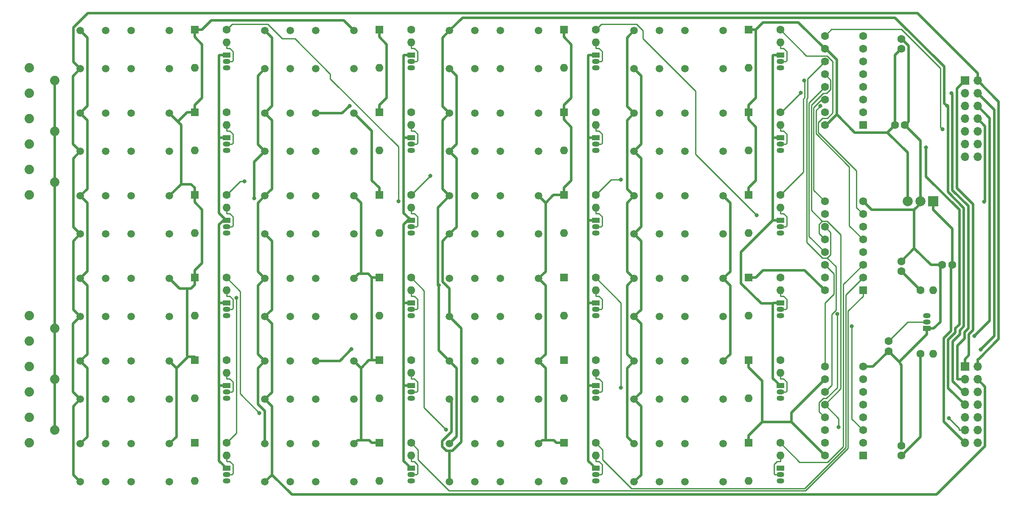
<source format=gbr>
%TF.GenerationSoftware,KiCad,Pcbnew,5.0.2-1.fc29*%
%TF.CreationDate,2018-12-27T16:56:31+02:00*%
%TF.ProjectId,audiorouter-board,61756469-6f72-46f7-9574-65722d626f61,rev?*%
%TF.SameCoordinates,Original*%
%TF.FileFunction,Copper,L2,Bot*%
%TF.FilePolarity,Positive*%
%FSLAX46Y46*%
G04 Gerber Fmt 4.6, Leading zero omitted, Abs format (unit mm)*
G04 Created by KiCad (PCBNEW 5.0.2-1.fc29) date N 27 dets  2018 16:56:31 EET*
%MOMM*%
%LPD*%
G01*
G04 APERTURE LIST*
%ADD10C,1.879600*%
%ADD11R,1.700000X1.700000*%
%ADD12O,1.700000X1.700000*%
%ADD13C,1.500000*%
%ADD14O,1.500000X1.050000*%
%ADD15R,1.500000X1.050000*%
%ADD16O,1.600000X1.600000*%
%ADD17C,1.600000*%
%ADD18R,1.600000X1.600000*%
%ADD19R,2.000000X2.000000*%
%ADD20C,2.000000*%
%ADD21C,0.800000*%
%ADD22C,0.500000*%
%ADD23C,0.250000*%
G04 APERTURE END LIST*
D10*
X26670000Y-76200000D03*
X31750000Y-73660000D03*
X26670000Y-71120000D03*
X26670000Y-66040000D03*
X31750000Y-63500000D03*
X26670000Y-60960000D03*
X26670000Y-55880000D03*
X31750000Y-53340000D03*
X26670000Y-50800000D03*
X26670000Y-125730000D03*
X31750000Y-123190000D03*
X26670000Y-120650000D03*
X26670000Y-115570000D03*
X31750000Y-113030000D03*
X26670000Y-110490000D03*
X26670000Y-105410000D03*
X31750000Y-102870000D03*
X26670000Y-100330000D03*
D11*
X213360000Y-110490000D03*
D12*
X215900000Y-110490000D03*
X213360000Y-113030000D03*
X215900000Y-113030000D03*
X213360000Y-115570000D03*
X215900000Y-115570000D03*
X213360000Y-118110000D03*
X215900000Y-118110000D03*
X213360000Y-120650000D03*
X215900000Y-120650000D03*
X213360000Y-123190000D03*
X215900000Y-123190000D03*
X213360000Y-125730000D03*
X215900000Y-125730000D03*
X215900000Y-68580000D03*
X213360000Y-68580000D03*
X215900000Y-66040000D03*
X213360000Y-66040000D03*
X215900000Y-63500000D03*
X213360000Y-63500000D03*
X215900000Y-60960000D03*
X213360000Y-60960000D03*
X215900000Y-58420000D03*
X213360000Y-58420000D03*
X215900000Y-55880000D03*
X213360000Y-55880000D03*
X215900000Y-53340000D03*
D11*
X213360000Y-53340000D03*
D13*
X36900000Y-92880000D03*
X36900000Y-100500000D03*
X41980000Y-92880000D03*
X41980000Y-100500000D03*
X47060000Y-100500000D03*
X47060000Y-92880000D03*
X54680000Y-92880000D03*
X54680000Y-100500000D03*
X73730000Y-92880000D03*
X73730000Y-100500000D03*
X78810000Y-92880000D03*
X78810000Y-100500000D03*
X83890000Y-100500000D03*
X83890000Y-92880000D03*
X91510000Y-92880000D03*
X91510000Y-100500000D03*
X110560000Y-92880000D03*
X110560000Y-100500000D03*
X115640000Y-92880000D03*
X115640000Y-100500000D03*
X120720000Y-100500000D03*
X120720000Y-92880000D03*
X128340000Y-92880000D03*
X128340000Y-100500000D03*
X165170000Y-100500000D03*
X165170000Y-92880000D03*
X157550000Y-92880000D03*
X157550000Y-100500000D03*
X152470000Y-100500000D03*
X152470000Y-92880000D03*
X147390000Y-100500000D03*
X147390000Y-92880000D03*
X54680000Y-117010000D03*
X54680000Y-109390000D03*
X47060000Y-109390000D03*
X47060000Y-117010000D03*
X41980000Y-117010000D03*
X41980000Y-109390000D03*
X36900000Y-117010000D03*
X36900000Y-109390000D03*
X91510000Y-117010000D03*
X91510000Y-109390000D03*
X83890000Y-109390000D03*
X83890000Y-117010000D03*
X78810000Y-117010000D03*
X78810000Y-109390000D03*
X73730000Y-117010000D03*
X73730000Y-109390000D03*
X110560000Y-109390000D03*
X110560000Y-117010000D03*
X115640000Y-109390000D03*
X115640000Y-117010000D03*
X120720000Y-117010000D03*
X120720000Y-109390000D03*
X128340000Y-109390000D03*
X128340000Y-117010000D03*
X165170000Y-117010000D03*
X165170000Y-109390000D03*
X157550000Y-109390000D03*
X157550000Y-117010000D03*
X152470000Y-117010000D03*
X152470000Y-109390000D03*
X147390000Y-117010000D03*
X147390000Y-109390000D03*
X36900000Y-125900000D03*
X36900000Y-133520000D03*
X41980000Y-125900000D03*
X41980000Y-133520000D03*
X47060000Y-133520000D03*
X47060000Y-125900000D03*
X54680000Y-125900000D03*
X54680000Y-133520000D03*
X91510000Y-133520000D03*
X91510000Y-125900000D03*
X83890000Y-125900000D03*
X83890000Y-133520000D03*
X78810000Y-133520000D03*
X78810000Y-125900000D03*
X73730000Y-133520000D03*
X73730000Y-125900000D03*
X128340000Y-133520000D03*
X128340000Y-125900000D03*
X120720000Y-125900000D03*
X120720000Y-133520000D03*
X115640000Y-133520000D03*
X115640000Y-125900000D03*
X110560000Y-133520000D03*
X110560000Y-125900000D03*
X147390000Y-125900000D03*
X147390000Y-133520000D03*
X152470000Y-125900000D03*
X152470000Y-133520000D03*
X157550000Y-133520000D03*
X157550000Y-125900000D03*
X165170000Y-125900000D03*
X165170000Y-133520000D03*
X36900000Y-43350000D03*
X36900000Y-50970000D03*
X41980000Y-43350000D03*
X41980000Y-50970000D03*
X47060000Y-50970000D03*
X47060000Y-43350000D03*
X54680000Y-43350000D03*
X54680000Y-50970000D03*
X91510000Y-50970000D03*
X91510000Y-43350000D03*
X83890000Y-43350000D03*
X83890000Y-50970000D03*
X78810000Y-50970000D03*
X78810000Y-43350000D03*
X73730000Y-50970000D03*
X73730000Y-43350000D03*
X128340000Y-50970000D03*
X128340000Y-43350000D03*
X120720000Y-43350000D03*
X120720000Y-50970000D03*
X115640000Y-50970000D03*
X115640000Y-43350000D03*
X110560000Y-50970000D03*
X110560000Y-43350000D03*
X147390000Y-43350000D03*
X147390000Y-50970000D03*
X152470000Y-43350000D03*
X152470000Y-50970000D03*
X157550000Y-50970000D03*
X157550000Y-43350000D03*
X165170000Y-43350000D03*
X165170000Y-50970000D03*
X54680000Y-67480000D03*
X54680000Y-59860000D03*
X47060000Y-59860000D03*
X47060000Y-67480000D03*
X41980000Y-67480000D03*
X41980000Y-59860000D03*
X36900000Y-67480000D03*
X36900000Y-59860000D03*
X73730000Y-59860000D03*
X73730000Y-67480000D03*
X78810000Y-59860000D03*
X78810000Y-67480000D03*
X83890000Y-67480000D03*
X83890000Y-59860000D03*
X91510000Y-59860000D03*
X91510000Y-67480000D03*
X128340000Y-67480000D03*
X128340000Y-59860000D03*
X120720000Y-59860000D03*
X120720000Y-67480000D03*
X115640000Y-67480000D03*
X115640000Y-59860000D03*
X110560000Y-67480000D03*
X110560000Y-59860000D03*
X147390000Y-59860000D03*
X147390000Y-67480000D03*
X152470000Y-59860000D03*
X152470000Y-67480000D03*
X157550000Y-67480000D03*
X157550000Y-59860000D03*
X165170000Y-59860000D03*
X165170000Y-67480000D03*
X54680000Y-83990000D03*
X54680000Y-76370000D03*
X47060000Y-76370000D03*
X47060000Y-83990000D03*
X41980000Y-83990000D03*
X41980000Y-76370000D03*
X36900000Y-83990000D03*
X36900000Y-76370000D03*
X91510000Y-83990000D03*
X91510000Y-76370000D03*
X83890000Y-76370000D03*
X83890000Y-83990000D03*
X78810000Y-83990000D03*
X78810000Y-76370000D03*
X73730000Y-83990000D03*
X73730000Y-76370000D03*
X110560000Y-76370000D03*
X110560000Y-83990000D03*
X115640000Y-76370000D03*
X115640000Y-83990000D03*
X120720000Y-83990000D03*
X120720000Y-76370000D03*
X128340000Y-76370000D03*
X128340000Y-83990000D03*
X147390000Y-76370000D03*
X147390000Y-83990000D03*
X152470000Y-76370000D03*
X152470000Y-83990000D03*
X157550000Y-83990000D03*
X157550000Y-76370000D03*
X165170000Y-76370000D03*
X165170000Y-83990000D03*
D14*
X66040000Y-99060000D03*
X66040000Y-100330000D03*
D15*
X66040000Y-97790000D03*
D14*
X102870000Y-99060000D03*
X102870000Y-100330000D03*
D15*
X102870000Y-97790000D03*
X139700000Y-97790000D03*
D14*
X139700000Y-100330000D03*
X139700000Y-99060000D03*
D15*
X176530000Y-97790000D03*
D14*
X176530000Y-100330000D03*
X176530000Y-99060000D03*
X66040000Y-115570000D03*
X66040000Y-116840000D03*
D15*
X66040000Y-114300000D03*
X102870000Y-114300000D03*
D14*
X102870000Y-116840000D03*
X102870000Y-115570000D03*
X139700000Y-115570000D03*
X139700000Y-116840000D03*
D15*
X139700000Y-114300000D03*
X176530000Y-114300000D03*
D14*
X176530000Y-116840000D03*
X176530000Y-115570000D03*
D15*
X66040000Y-130810000D03*
D14*
X66040000Y-133350000D03*
X66040000Y-132080000D03*
D15*
X102870000Y-130810000D03*
D14*
X102870000Y-133350000D03*
X102870000Y-132080000D03*
D15*
X139700000Y-130810000D03*
D14*
X139700000Y-133350000D03*
X139700000Y-132080000D03*
X176530000Y-132080000D03*
X176530000Y-133350000D03*
D15*
X176530000Y-130810000D03*
D14*
X66040000Y-49530000D03*
X66040000Y-50800000D03*
D15*
X66040000Y-48260000D03*
X102870000Y-48260000D03*
D14*
X102870000Y-50800000D03*
X102870000Y-49530000D03*
X139700000Y-49530000D03*
X139700000Y-50800000D03*
D15*
X139700000Y-48260000D03*
D14*
X176530000Y-49530000D03*
X176530000Y-50800000D03*
D15*
X176530000Y-48260000D03*
X66040000Y-64770000D03*
D14*
X66040000Y-67310000D03*
X66040000Y-66040000D03*
D15*
X102870000Y-64770000D03*
D14*
X102870000Y-67310000D03*
X102870000Y-66040000D03*
D15*
X139700000Y-64770000D03*
D14*
X139700000Y-67310000D03*
X139700000Y-66040000D03*
X176530000Y-66040000D03*
X176530000Y-67310000D03*
D15*
X176530000Y-64770000D03*
D14*
X66040000Y-82550000D03*
X66040000Y-83820000D03*
D15*
X66040000Y-81280000D03*
D14*
X102870000Y-82550000D03*
X102870000Y-83820000D03*
D15*
X102870000Y-81280000D03*
X139700000Y-81280000D03*
D14*
X139700000Y-83820000D03*
X139700000Y-82550000D03*
X176530000Y-82550000D03*
X176530000Y-83820000D03*
D15*
X176530000Y-81280000D03*
D16*
X66040000Y-95250000D03*
D17*
X66040000Y-92710000D03*
X102870000Y-92710000D03*
D16*
X102870000Y-95250000D03*
D17*
X139700000Y-92710000D03*
D16*
X139700000Y-95250000D03*
D17*
X176530000Y-92710000D03*
D16*
X176530000Y-95250000D03*
X66040000Y-111760000D03*
D17*
X66040000Y-109220000D03*
D16*
X102870000Y-111760000D03*
D17*
X102870000Y-109220000D03*
X139700000Y-109220000D03*
D16*
X139700000Y-111760000D03*
X176530000Y-111760000D03*
D17*
X176530000Y-109220000D03*
D16*
X66040000Y-128270000D03*
D17*
X66040000Y-125730000D03*
D16*
X102870000Y-128270000D03*
D17*
X102870000Y-125730000D03*
D16*
X139700000Y-128270000D03*
D17*
X139700000Y-125730000D03*
D16*
X176530000Y-128270000D03*
D17*
X176530000Y-125730000D03*
D16*
X66040000Y-45720000D03*
D17*
X66040000Y-43180000D03*
X102870000Y-43180000D03*
D16*
X102870000Y-45720000D03*
X139700000Y-45720000D03*
D17*
X139700000Y-43180000D03*
D16*
X176530000Y-45720000D03*
D17*
X176530000Y-43180000D03*
D16*
X66040000Y-62230000D03*
D17*
X66040000Y-59690000D03*
X102870000Y-59690000D03*
D16*
X102870000Y-62230000D03*
D17*
X139700000Y-59690000D03*
D16*
X139700000Y-62230000D03*
D17*
X176530000Y-59690000D03*
D16*
X176530000Y-62230000D03*
D17*
X66040000Y-76200000D03*
D16*
X66040000Y-78740000D03*
D17*
X102870000Y-76200000D03*
D16*
X102870000Y-78740000D03*
D17*
X139700000Y-76200000D03*
D16*
X139700000Y-78740000D03*
D17*
X176530000Y-76200000D03*
D16*
X176530000Y-78740000D03*
D18*
X193040000Y-128270000D03*
D17*
X193040000Y-125730000D03*
X193040000Y-123190000D03*
X193040000Y-120650000D03*
X193040000Y-118110000D03*
X193040000Y-115570000D03*
X193040000Y-113030000D03*
X185420000Y-113030000D03*
X185420000Y-115570000D03*
X185420000Y-118110000D03*
X185420000Y-120650000D03*
X185420000Y-123190000D03*
X185420000Y-125730000D03*
X185420000Y-128270000D03*
X193040000Y-110490000D03*
X185420000Y-110490000D03*
X185420000Y-77470000D03*
X193040000Y-77470000D03*
X185420000Y-95250000D03*
X185420000Y-92710000D03*
X185420000Y-90170000D03*
X185420000Y-87630000D03*
X185420000Y-85090000D03*
X185420000Y-82550000D03*
X185420000Y-80010000D03*
X193040000Y-80010000D03*
X193040000Y-82550000D03*
X193040000Y-85090000D03*
X193040000Y-87630000D03*
X193040000Y-90170000D03*
X193040000Y-92710000D03*
D18*
X193040000Y-95250000D03*
X193040000Y-62230000D03*
D17*
X193040000Y-59690000D03*
X193040000Y-57150000D03*
X193040000Y-54610000D03*
X193040000Y-52070000D03*
X193040000Y-49530000D03*
X193040000Y-46990000D03*
X185420000Y-46990000D03*
X185420000Y-49530000D03*
X185420000Y-52070000D03*
X185420000Y-54610000D03*
X185420000Y-57150000D03*
X185420000Y-59690000D03*
X185420000Y-62230000D03*
X193040000Y-44450000D03*
X185420000Y-44450000D03*
X198120000Y-105410000D03*
X198120000Y-107410000D03*
X208820000Y-90170000D03*
X210820000Y-90170000D03*
X199390000Y-62230000D03*
X201390000Y-62230000D03*
X200660000Y-126270000D03*
X200660000Y-128270000D03*
X200660000Y-91440000D03*
X200660000Y-89440000D03*
X200660000Y-44990000D03*
X200660000Y-46990000D03*
D14*
X205740000Y-101600000D03*
X205740000Y-100330000D03*
D15*
X205740000Y-102870000D03*
D16*
X207010000Y-107950000D03*
D17*
X204470000Y-107950000D03*
X204470000Y-95250000D03*
D16*
X207010000Y-95250000D03*
D19*
X207010000Y-77470000D03*
D20*
X204470000Y-77470000D03*
X201930000Y-77470000D03*
D18*
X59690000Y-92710000D03*
D16*
X59690000Y-100330000D03*
D18*
X96520000Y-92710000D03*
D16*
X96520000Y-100330000D03*
X133350000Y-100330000D03*
D18*
X133350000Y-92710000D03*
X170180000Y-92710000D03*
D16*
X170180000Y-100330000D03*
X59690000Y-116840000D03*
D18*
X59690000Y-109220000D03*
X96520000Y-109220000D03*
D16*
X96520000Y-116840000D03*
X133350000Y-116840000D03*
D18*
X133350000Y-109220000D03*
X170180000Y-109220000D03*
D16*
X170180000Y-116840000D03*
D18*
X59690000Y-125730000D03*
D16*
X59690000Y-133350000D03*
X96520000Y-133350000D03*
D18*
X96520000Y-125730000D03*
X133350000Y-125730000D03*
D16*
X133350000Y-133350000D03*
X170180000Y-133350000D03*
D18*
X170180000Y-125730000D03*
D16*
X59690000Y-50800000D03*
D18*
X59690000Y-43180000D03*
D16*
X96520000Y-50800000D03*
D18*
X96520000Y-43180000D03*
X133350000Y-43180000D03*
D16*
X133350000Y-50800000D03*
X170180000Y-50800000D03*
D18*
X170180000Y-43180000D03*
X59690000Y-59690000D03*
D16*
X59690000Y-67310000D03*
X96520000Y-67310000D03*
D18*
X96520000Y-59690000D03*
X133350000Y-59690000D03*
D16*
X133350000Y-67310000D03*
X170180000Y-67310000D03*
D18*
X170180000Y-59690000D03*
X59690000Y-76200000D03*
D16*
X59690000Y-83820000D03*
X96520000Y-83820000D03*
D18*
X96520000Y-76200000D03*
X133350000Y-76200000D03*
D16*
X133350000Y-83820000D03*
X170180000Y-83820000D03*
D18*
X170180000Y-76200000D03*
D21*
X91009500Y-107020100D03*
X90634700Y-58352600D03*
X210695800Y-55880000D03*
X216521500Y-107056300D03*
X71607700Y-76873100D03*
X108383700Y-94210500D03*
X209803500Y-58420000D03*
X215297900Y-104350000D03*
X205627900Y-66664800D03*
X217216900Y-77532800D03*
X188178400Y-122534600D03*
X210176900Y-120795600D03*
X208931600Y-63083400D03*
X72602200Y-119738000D03*
X109875500Y-123091400D03*
X144759400Y-114683000D03*
X190807500Y-102430300D03*
X68045900Y-96707700D03*
X100324200Y-77410700D03*
X184506000Y-58420000D03*
X171831600Y-80206800D03*
X180636800Y-55767300D03*
X69648800Y-73432600D03*
X106691600Y-72378400D03*
X144761800Y-73103700D03*
X181286100Y-53340000D03*
X187903200Y-99966000D03*
D22*
X138299700Y-64770000D02*
X138234300Y-64704600D01*
X138234300Y-64704600D02*
X138234300Y-48325400D01*
X138234300Y-48325400D02*
X138299700Y-48260000D01*
X139700000Y-48260000D02*
X138299700Y-48260000D01*
X138299700Y-81280000D02*
X138236700Y-81217000D01*
X138236700Y-81217000D02*
X138236700Y-64833000D01*
X138236700Y-64833000D02*
X138299700Y-64770000D01*
X139700000Y-64770000D02*
X138299700Y-64770000D01*
X138299700Y-97790000D02*
X138246600Y-97736900D01*
X138246600Y-97736900D02*
X138246600Y-81333100D01*
X138246600Y-81333100D02*
X138299700Y-81280000D01*
X139700000Y-81280000D02*
X138299700Y-81280000D01*
X138299700Y-97790000D02*
X138212400Y-97877300D01*
X138212400Y-97877300D02*
X138212400Y-114300000D01*
X138212400Y-114300000D02*
X138212400Y-129322400D01*
X138212400Y-129322400D02*
X139700000Y-130810000D01*
X138212400Y-114300000D02*
X138299700Y-114300000D01*
X139700000Y-114300000D02*
X138299700Y-114300000D01*
X66040000Y-48260000D02*
X64639700Y-48260000D01*
X64639700Y-64770000D02*
X64589100Y-64719400D01*
X64589100Y-64719400D02*
X64589100Y-48310600D01*
X64589100Y-48310600D02*
X64639700Y-48260000D01*
X64839800Y-64770000D02*
X64639700Y-64770000D01*
X66040000Y-64770000D02*
X64839800Y-64770000D01*
X65729800Y-80969800D02*
X66040000Y-81280000D01*
X64589600Y-97790000D02*
X64589600Y-82110000D01*
X64589600Y-82110000D02*
X65729800Y-80969800D01*
X64639700Y-64770000D02*
X64589600Y-64820100D01*
X64589600Y-64820100D02*
X64589600Y-79829600D01*
X64589600Y-79829600D02*
X65729800Y-80969800D01*
X139700000Y-97790000D02*
X138299700Y-97790000D01*
X64589600Y-97790000D02*
X64589600Y-114249900D01*
X64589600Y-114249900D02*
X64639700Y-114300000D01*
X64589600Y-97790000D02*
X64639700Y-97790000D01*
X66040000Y-97790000D02*
X64639700Y-97790000D01*
X66040000Y-114300000D02*
X64939900Y-114300000D01*
X64939900Y-114300000D02*
X64639700Y-114300000D01*
X64639700Y-114300000D02*
X64552400Y-114387300D01*
X64552400Y-114387300D02*
X64552400Y-129322400D01*
X64552400Y-129322400D02*
X66040000Y-130810000D01*
X31750000Y-113030000D02*
X31750000Y-123190000D01*
X31750000Y-102870000D02*
X31750000Y-113030000D01*
X198120000Y-107410000D02*
X195040000Y-110490000D01*
X195040000Y-110490000D02*
X193040000Y-110490000D01*
X200247700Y-109537600D02*
X198120000Y-107410000D01*
X102870000Y-48260000D02*
X101469700Y-48260000D01*
X101469700Y-48260000D02*
X101419600Y-48310100D01*
X101419600Y-48310100D02*
X101419600Y-64719900D01*
X101419600Y-64719900D02*
X101469700Y-64770000D01*
X208465200Y-90170000D02*
X208465200Y-101545100D01*
X208465200Y-101545100D02*
X207140300Y-102870000D01*
X204470000Y-77470000D02*
X204470000Y-65310000D01*
X204470000Y-65310000D02*
X201390000Y-62230000D01*
X31750000Y-73660000D02*
X31750000Y-102870000D01*
X31750000Y-63500000D02*
X31750000Y-73660000D01*
X31750000Y-63500000D02*
X31750000Y-53340000D01*
X208465200Y-90170000D02*
X206597600Y-90170000D01*
X206597600Y-90170000D02*
X203263800Y-86836200D01*
X208820000Y-90170000D02*
X208465200Y-90170000D01*
X203263800Y-86836200D02*
X200660000Y-89440000D01*
X203263800Y-79158900D02*
X203263800Y-86836200D01*
X102529500Y-80939500D02*
X101382400Y-79792400D01*
X101382400Y-79792400D02*
X101382400Y-64857300D01*
X101382400Y-64857300D02*
X101469700Y-64770000D01*
X102870000Y-81280000D02*
X102529500Y-80939500D01*
X102529500Y-80939500D02*
X101405900Y-82063100D01*
X101405900Y-82063100D02*
X101405900Y-97790000D01*
X101405900Y-97790000D02*
X101405900Y-114236200D01*
X101405900Y-114236200D02*
X101469700Y-114300000D01*
X101405900Y-97790000D02*
X101469700Y-97790000D01*
X175033500Y-64770000D02*
X175033500Y-48356200D01*
X175033500Y-48356200D02*
X175129700Y-48260000D01*
X175033500Y-81280000D02*
X175033500Y-64770000D01*
X175033500Y-64770000D02*
X175129700Y-64770000D01*
X176530000Y-48260000D02*
X175129700Y-48260000D01*
X102870000Y-64770000D02*
X101469700Y-64770000D01*
X175033500Y-81280000D02*
X175129700Y-81280000D01*
X175042400Y-97877300D02*
X172772200Y-97877300D01*
X172772200Y-97877300D02*
X168729600Y-93834700D01*
X168729600Y-93834700D02*
X168729600Y-87583900D01*
X168729600Y-87583900D02*
X175033500Y-81280000D01*
X176530000Y-64770000D02*
X175129700Y-64770000D01*
X175042400Y-97877300D02*
X175129700Y-97790000D01*
X176530000Y-114300000D02*
X175042400Y-112812400D01*
X175042400Y-112812400D02*
X175042400Y-97877300D01*
X176530000Y-81280000D02*
X175129700Y-81280000D01*
X102870000Y-97790000D02*
X101469700Y-97790000D01*
X101669800Y-114300000D02*
X101469700Y-114300000D01*
X102870000Y-114300000D02*
X101669800Y-114300000D01*
X176530000Y-97790000D02*
X175129700Y-97790000D01*
X102870000Y-130810000D02*
X101382400Y-129322400D01*
X101382400Y-129322400D02*
X101382400Y-114387300D01*
X101382400Y-114387300D02*
X101469700Y-114300000D01*
X200660000Y-126270000D02*
X200660000Y-110147800D01*
X200660000Y-110147800D02*
X200539400Y-110027200D01*
X200539400Y-110027200D02*
X200539400Y-109829400D01*
X200539400Y-109829400D02*
X200247700Y-109537600D01*
X200247700Y-109537600D02*
X205740000Y-104045300D01*
X205740000Y-102870000D02*
X205740000Y-104045300D01*
X200660000Y-44990000D02*
X200776300Y-44990000D01*
X200776300Y-44990000D02*
X202115500Y-46329200D01*
X202115500Y-46329200D02*
X202115500Y-61504500D01*
X202115500Y-61504500D02*
X201390000Y-62230000D01*
X203263800Y-79158900D02*
X194728900Y-79158900D01*
X194728900Y-79158900D02*
X193040000Y-77470000D01*
X204470000Y-77470000D02*
X204470000Y-77952700D01*
X204470000Y-77952700D02*
X203263800Y-79158900D01*
X205740000Y-102870000D02*
X207140300Y-102870000D01*
X83890000Y-109390000D02*
X88639600Y-109390000D01*
X88639600Y-109390000D02*
X91009500Y-107020100D01*
X83890000Y-59860000D02*
X89127300Y-59860000D01*
X89127300Y-59860000D02*
X90634700Y-58352600D01*
X96520000Y-43180000D02*
X96520000Y-44630300D01*
X96520000Y-59690000D02*
X96520000Y-58239700D01*
X96520000Y-58239700D02*
X97970300Y-56789400D01*
X97970300Y-56789400D02*
X97970300Y-46080600D01*
X97970300Y-46080600D02*
X96520000Y-44630300D01*
X178726500Y-121576500D02*
X185420000Y-128270000D01*
X172883200Y-121576500D02*
X178726500Y-121576500D01*
X178726500Y-121576500D02*
X178726500Y-119723500D01*
X178726500Y-119723500D02*
X185420000Y-113030000D01*
X170180000Y-109220000D02*
X170180000Y-110670300D01*
X172883200Y-121576500D02*
X170180000Y-124279700D01*
X170180000Y-110670300D02*
X172883200Y-113373500D01*
X172883200Y-113373500D02*
X172883200Y-121576500D01*
X170180000Y-125730000D02*
X170180000Y-124279700D01*
X95069700Y-109220000D02*
X94480800Y-109220000D01*
X94480800Y-109220000D02*
X92910400Y-110790400D01*
X96520000Y-109220000D02*
X95069700Y-109220000D01*
X95069700Y-109220000D02*
X95069700Y-92710000D01*
X92942900Y-91962900D02*
X94322600Y-91962900D01*
X94322600Y-91962900D02*
X95069700Y-92710000D01*
X91510000Y-92880000D02*
X92427100Y-91962900D01*
X92427100Y-91962900D02*
X92942900Y-91962900D01*
X92942900Y-91962900D02*
X92942900Y-77802900D01*
X92942900Y-77802900D02*
X91510000Y-76370000D01*
X96520000Y-92710000D02*
X95069700Y-92710000D01*
X92910400Y-110790400D02*
X91510000Y-109390000D01*
X92910400Y-125199800D02*
X92910400Y-110790400D01*
X91510000Y-43350000D02*
X89428000Y-41268000D01*
X89428000Y-41268000D02*
X63052300Y-41268000D01*
X63052300Y-41268000D02*
X61140300Y-43180000D01*
X59690000Y-43180000D02*
X61140300Y-43180000D01*
X197926900Y-63693100D02*
X199390000Y-62230000D01*
X187811000Y-60119900D02*
X191384200Y-63693100D01*
X191384200Y-63693100D02*
X197926900Y-63693100D01*
X201930000Y-77470000D02*
X201930000Y-67696200D01*
X201930000Y-67696200D02*
X197926900Y-63693100D01*
X187811000Y-60119900D02*
X187811000Y-49189600D01*
X187811000Y-49189600D02*
X185611400Y-46990000D01*
X185611400Y-46990000D02*
X185420000Y-46990000D01*
X185420000Y-62230000D02*
X185700900Y-62230000D01*
X185700900Y-62230000D02*
X187811000Y-60119900D01*
X165170000Y-92880000D02*
X166571300Y-94281300D01*
X166571300Y-94281300D02*
X166571300Y-107988700D01*
X166571300Y-107988700D02*
X165170000Y-109390000D01*
X165170000Y-76370000D02*
X166570400Y-77770400D01*
X166570400Y-77770400D02*
X166570400Y-91479600D01*
X166570400Y-91479600D02*
X165170000Y-92880000D01*
X133350000Y-76200000D02*
X133350000Y-74749700D01*
X133350000Y-76200000D02*
X131287700Y-76200000D01*
X131287700Y-76200000D02*
X129740400Y-77747300D01*
X133350000Y-59690000D02*
X133350000Y-61140300D01*
X133350000Y-74749700D02*
X134800300Y-73299400D01*
X134800300Y-73299400D02*
X134800300Y-62590600D01*
X134800300Y-62590600D02*
X133350000Y-61140300D01*
X200660000Y-91440000D02*
X204470000Y-95250000D01*
X171630300Y-43180000D02*
X173099800Y-41710500D01*
X173099800Y-41710500D02*
X180140500Y-41710500D01*
X180140500Y-41710500D02*
X185420000Y-46990000D01*
X129740400Y-77747300D02*
X129717300Y-77747300D01*
X129717300Y-77747300D02*
X128340000Y-76370000D01*
X129740400Y-77747300D02*
X129740400Y-91479600D01*
X129740400Y-91479600D02*
X128340000Y-92880000D01*
X129740400Y-125199800D02*
X131369500Y-125199800D01*
X131369500Y-125199800D02*
X131899700Y-125730000D01*
X128340000Y-125900000D02*
X129040200Y-125199800D01*
X129040200Y-125199800D02*
X129740400Y-125199800D01*
X129740400Y-125199800D02*
X129740400Y-110790400D01*
X129740400Y-110790400D02*
X128340000Y-109390000D01*
X133350000Y-125730000D02*
X131899700Y-125730000D01*
X92910400Y-125199800D02*
X94539500Y-125199800D01*
X94539500Y-125199800D02*
X95069700Y-125730000D01*
X91510000Y-125900000D02*
X92210200Y-125199800D01*
X92210200Y-125199800D02*
X92910400Y-125199800D01*
X96520000Y-125730000D02*
X95069700Y-125730000D01*
X96520000Y-76200000D02*
X96520000Y-74749700D01*
X96520000Y-74749700D02*
X95069700Y-73299400D01*
X95069700Y-73299400D02*
X95069700Y-63419700D01*
X95069700Y-63419700D02*
X91510000Y-59860000D01*
X58239600Y-94885500D02*
X56685500Y-94885500D01*
X56685500Y-94885500D02*
X54680000Y-92880000D01*
X59690000Y-94160300D02*
X58964800Y-94885500D01*
X58964800Y-94885500D02*
X58239600Y-94885500D01*
X58239600Y-94885500D02*
X58239600Y-108358400D01*
X58239600Y-108358400D02*
X58376000Y-108494800D01*
X59690000Y-92710000D02*
X59690000Y-94160300D01*
X58376000Y-108494800D02*
X56080400Y-110790400D01*
X59690000Y-108494800D02*
X58376000Y-108494800D01*
X59690000Y-91984800D02*
X59690000Y-92710000D01*
X59690000Y-91984800D02*
X59690000Y-91259700D01*
X56080400Y-110790400D02*
X56080400Y-124499600D01*
X56080400Y-124499600D02*
X54680000Y-125900000D01*
X54680000Y-109390000D02*
X56080400Y-110790400D01*
X59690000Y-109220000D02*
X59690000Y-108494800D01*
X56374900Y-61554800D02*
X54680000Y-59860000D01*
X57025500Y-74024500D02*
X57025500Y-62205500D01*
X57025500Y-62205500D02*
X56374900Y-61554800D01*
X56374900Y-61554800D02*
X58239700Y-59690000D01*
X59690000Y-59690000D02*
X58239700Y-59690000D01*
X57025500Y-74024500D02*
X54680000Y-76370000D01*
X59690000Y-74749700D02*
X58964800Y-74024500D01*
X58964800Y-74024500D02*
X57025500Y-74024500D01*
X59690000Y-76200000D02*
X59690000Y-77650300D01*
X59690000Y-91259700D02*
X61140300Y-89809400D01*
X61140300Y-89809400D02*
X61140300Y-79100600D01*
X61140300Y-79100600D02*
X59690000Y-77650300D01*
X59690000Y-76200000D02*
X59690000Y-74749700D01*
X200660000Y-128270000D02*
X200752200Y-128270000D01*
X200752200Y-128270000D02*
X204470000Y-124552200D01*
X204470000Y-124552200D02*
X204470000Y-107950000D01*
X170180000Y-59690000D02*
X170180000Y-61140300D01*
X170180000Y-76200000D02*
X170180000Y-74749700D01*
X170180000Y-74749700D02*
X171630300Y-73299400D01*
X171630300Y-73299400D02*
X171630300Y-62590600D01*
X171630300Y-62590600D02*
X170180000Y-61140300D01*
X170180000Y-59690000D02*
X170180000Y-58239700D01*
X170180000Y-58239700D02*
X171630300Y-56789400D01*
X171630300Y-56789400D02*
X171630300Y-43180000D01*
X133350000Y-43180000D02*
X133350000Y-44630300D01*
X133350000Y-59690000D02*
X133350000Y-58239700D01*
X133350000Y-58239700D02*
X134800300Y-56789400D01*
X134800300Y-56789400D02*
X134800300Y-46080600D01*
X134800300Y-46080600D02*
X133350000Y-44630300D01*
X128340000Y-92880000D02*
X129740400Y-94280400D01*
X129740400Y-94280400D02*
X129740400Y-107989600D01*
X129740400Y-107989600D02*
X128340000Y-109390000D01*
X59690000Y-43180000D02*
X59690000Y-44630300D01*
X59690000Y-59690000D02*
X59690000Y-58239700D01*
X59690000Y-58239700D02*
X61140300Y-56789400D01*
X61140300Y-56789400D02*
X61140300Y-46080600D01*
X61140300Y-46080600D02*
X59690000Y-44630300D01*
X170180000Y-43180000D02*
X171630300Y-43180000D01*
X170180000Y-92710000D02*
X171630300Y-92710000D01*
X185420000Y-95250000D02*
X181429700Y-91259700D01*
X181429700Y-91259700D02*
X173080600Y-91259700D01*
X173080600Y-91259700D02*
X171630300Y-92710000D01*
X200660000Y-46990000D02*
X199390000Y-48260000D01*
X199390000Y-48260000D02*
X199390000Y-62230000D01*
X213360000Y-53340000D02*
X211782500Y-54917500D01*
X211782500Y-54917500D02*
X211782500Y-74837800D01*
X211782500Y-74837800D02*
X214973100Y-78028400D01*
X214973100Y-78028400D02*
X214973100Y-103189500D01*
X214973100Y-103189500D02*
X214171100Y-103991500D01*
X214171100Y-103991500D02*
X214171100Y-108178600D01*
X214171100Y-108178600D02*
X213360000Y-108989700D01*
X36900000Y-76370000D02*
X38300400Y-74969600D01*
X38300400Y-74969600D02*
X38300400Y-61260400D01*
X38300400Y-61260400D02*
X36900000Y-59860000D01*
X36900000Y-76370000D02*
X38328700Y-77798700D01*
X38328700Y-77798700D02*
X38328700Y-91451300D01*
X38328700Y-91451300D02*
X36900000Y-92880000D01*
X213360000Y-110490000D02*
X213360000Y-108989700D01*
X36900000Y-92880000D02*
X38322900Y-94302900D01*
X38322900Y-94302900D02*
X38322900Y-107967100D01*
X38322900Y-107967100D02*
X36900000Y-109390000D01*
X36900000Y-109390000D02*
X38300400Y-110790400D01*
X38300400Y-110790400D02*
X38300400Y-124499600D01*
X38300400Y-124499600D02*
X36900000Y-125900000D01*
X36900000Y-43350000D02*
X38328700Y-44778700D01*
X38328700Y-44778700D02*
X38328700Y-58431300D01*
X38328700Y-58431300D02*
X36900000Y-59860000D01*
X36900000Y-50970000D02*
X35496700Y-49566700D01*
X35496700Y-49566700D02*
X35496700Y-42740000D01*
X35496700Y-42740000D02*
X38381300Y-39855400D01*
X38381300Y-39855400D02*
X203915700Y-39855400D01*
X203915700Y-39855400D02*
X215900000Y-51839700D01*
X215900000Y-53340000D02*
X215900000Y-51839700D01*
X36900000Y-67480000D02*
X35438100Y-66018100D01*
X35438100Y-66018100D02*
X35438100Y-52431900D01*
X35438100Y-52431900D02*
X36900000Y-50970000D01*
X36900000Y-67480000D02*
X35499600Y-68880400D01*
X35499600Y-68880400D02*
X35499600Y-82589600D01*
X35499600Y-82589600D02*
X36900000Y-83990000D01*
X36900000Y-83990000D02*
X35478700Y-85411300D01*
X35478700Y-85411300D02*
X35478700Y-99078700D01*
X35478700Y-99078700D02*
X36900000Y-100500000D01*
X215900000Y-108989700D02*
X216073500Y-108989700D01*
X216073500Y-108989700D02*
X220107200Y-104956000D01*
X220107200Y-104956000D02*
X220107200Y-57547200D01*
X220107200Y-57547200D02*
X215900000Y-53340000D01*
X36900000Y-100500000D02*
X35465200Y-101934800D01*
X35465200Y-101934800D02*
X35465200Y-115575200D01*
X35465200Y-115575200D02*
X36900000Y-117010000D01*
X215900000Y-110490000D02*
X215900000Y-108989700D01*
X36900000Y-133520000D02*
X35499600Y-132119600D01*
X35499600Y-132119600D02*
X35499600Y-118410400D01*
X35499600Y-118410400D02*
X36900000Y-117010000D01*
X73730000Y-125900000D02*
X73730000Y-119380400D01*
X73730000Y-119380400D02*
X72329600Y-117980000D01*
X72329600Y-117980000D02*
X72329600Y-110790400D01*
X72329600Y-110790400D02*
X73730000Y-109390000D01*
X73730000Y-76370000D02*
X75130400Y-74969600D01*
X75130400Y-74969600D02*
X75130400Y-61260400D01*
X75130400Y-61260400D02*
X73730000Y-59860000D01*
X73730000Y-92880000D02*
X72329600Y-91479600D01*
X72329600Y-91479600D02*
X72329600Y-77770400D01*
X72329600Y-77770400D02*
X73730000Y-76370000D01*
X73730000Y-92880000D02*
X72329600Y-94280400D01*
X72329600Y-94280400D02*
X72329600Y-107989600D01*
X72329600Y-107989600D02*
X73730000Y-109390000D01*
X210695800Y-55880000D02*
X210882200Y-56066400D01*
X210882200Y-56066400D02*
X210882200Y-75210800D01*
X210882200Y-75210800D02*
X214072800Y-78401400D01*
X214072800Y-78401400D02*
X214072800Y-102816500D01*
X214072800Y-102816500D02*
X213270800Y-103618500D01*
X213270800Y-103618500D02*
X213270800Y-104885500D01*
X213270800Y-104885500D02*
X211859700Y-106296600D01*
X211859700Y-106296600D02*
X211859700Y-113030000D01*
X213360000Y-113030000D02*
X211859700Y-113030000D01*
X73730000Y-43350000D02*
X75158700Y-44778700D01*
X75158700Y-44778700D02*
X75158700Y-58431300D01*
X75158700Y-58431300D02*
X73730000Y-59860000D01*
X75130400Y-132119600D02*
X75130400Y-118410400D01*
X75130400Y-118410400D02*
X73730000Y-117010000D01*
X73730000Y-133520000D02*
X75130400Y-132119600D01*
X75130400Y-132119600D02*
X79083500Y-136072700D01*
X79083500Y-136072700D02*
X207684000Y-136072700D01*
X207684000Y-136072700D02*
X217412600Y-126344100D01*
X217412600Y-126344100D02*
X217412600Y-114542600D01*
X217412600Y-114542600D02*
X215900000Y-113030000D01*
X73730000Y-100500000D02*
X75130400Y-101900400D01*
X75130400Y-101900400D02*
X75130400Y-115609600D01*
X75130400Y-115609600D02*
X73730000Y-117010000D01*
X73730000Y-83990000D02*
X75130400Y-85390400D01*
X75130400Y-85390400D02*
X75130400Y-99099600D01*
X75130400Y-99099600D02*
X73730000Y-100500000D01*
X73730000Y-67480000D02*
X71607700Y-69602300D01*
X71607700Y-69602300D02*
X71607700Y-76873100D01*
X216521500Y-107056300D02*
X219206900Y-104370900D01*
X219206900Y-104370900D02*
X219206900Y-59186900D01*
X219206900Y-59186900D02*
X215900000Y-55880000D01*
X73730000Y-50970000D02*
X72327400Y-52372600D01*
X72327400Y-52372600D02*
X72327400Y-66077400D01*
X72327400Y-66077400D02*
X73730000Y-67480000D01*
X110560000Y-43350000D02*
X113154200Y-40755800D01*
X113154200Y-40755800D02*
X199443600Y-40755800D01*
X199443600Y-40755800D02*
X209244400Y-50556600D01*
X209244400Y-50556600D02*
X209244400Y-57860900D01*
X209244400Y-57860900D02*
X209803500Y-58420000D01*
X209803500Y-58420000D02*
X209981900Y-58598400D01*
X209981900Y-58598400D02*
X209981900Y-75583800D01*
X209981900Y-75583800D02*
X213172500Y-78774400D01*
X213172500Y-78774400D02*
X213172500Y-102443500D01*
X213172500Y-102443500D02*
X212370500Y-103245500D01*
X212370500Y-103245500D02*
X212370500Y-104062200D01*
X212370500Y-104062200D02*
X210932500Y-105500200D01*
X210932500Y-105500200D02*
X210932500Y-113386300D01*
X210932500Y-113386300D02*
X213116200Y-115570000D01*
X213116200Y-115570000D02*
X213360000Y-115570000D01*
X110560000Y-59860000D02*
X109135500Y-58435500D01*
X109135500Y-58435500D02*
X109135500Y-44774500D01*
X109135500Y-44774500D02*
X110560000Y-43350000D01*
X110560000Y-109390000D02*
X108383700Y-107213700D01*
X108383700Y-107213700D02*
X108383700Y-94210500D01*
X108383700Y-94210500D02*
X108259200Y-94086000D01*
X108259200Y-94086000D02*
X108259200Y-78670800D01*
X108259200Y-78670800D02*
X110560000Y-76370000D01*
X110560000Y-59860000D02*
X109154800Y-61265200D01*
X109154800Y-61265200D02*
X109154800Y-74964800D01*
X109154800Y-74964800D02*
X110560000Y-76370000D01*
X110560000Y-109390000D02*
X111988700Y-110818700D01*
X111988700Y-110818700D02*
X111988700Y-124471300D01*
X111988700Y-124471300D02*
X110560000Y-125900000D01*
X215297900Y-104350000D02*
X218306600Y-101341300D01*
X218306600Y-101341300D02*
X218306600Y-60826600D01*
X218306600Y-60826600D02*
X215900000Y-58420000D01*
X110560000Y-127306000D02*
X109967200Y-127306000D01*
X109967200Y-127306000D02*
X109118200Y-126457000D01*
X109118200Y-126457000D02*
X109118200Y-125334100D01*
X109118200Y-125334100D02*
X110925800Y-123526500D01*
X110925800Y-123526500D02*
X110925800Y-117375800D01*
X110925800Y-117375800D02*
X110560000Y-117010000D01*
X110560000Y-100500000D02*
X110560000Y-94901400D01*
X110560000Y-94901400D02*
X109159600Y-93501000D01*
X109159600Y-93501000D02*
X109159600Y-85390400D01*
X109159600Y-85390400D02*
X110560000Y-83990000D01*
X110560000Y-100500000D02*
X112896300Y-102836300D01*
X112896300Y-102836300D02*
X112896300Y-125553900D01*
X112896300Y-125553900D02*
X111144200Y-127306000D01*
X111144200Y-127306000D02*
X110560000Y-127306000D01*
X110560000Y-127306000D02*
X110560000Y-133520000D01*
X110560000Y-67480000D02*
X111978700Y-68898700D01*
X111978700Y-68898700D02*
X111978700Y-82571300D01*
X111978700Y-82571300D02*
X110560000Y-83990000D01*
X110560000Y-50970000D02*
X111988700Y-52398700D01*
X111988700Y-52398700D02*
X111988700Y-66051300D01*
X111988700Y-66051300D02*
X110560000Y-67480000D01*
X205627900Y-66664800D02*
X205627900Y-72503100D01*
X205627900Y-72503100D02*
X212272200Y-79147400D01*
X212272200Y-79147400D02*
X212272200Y-102070500D01*
X212272200Y-102070500D02*
X211470200Y-102872500D01*
X211470200Y-102872500D02*
X211470200Y-103689200D01*
X211470200Y-103689200D02*
X210032200Y-105127200D01*
X210032200Y-105127200D02*
X210032200Y-114782200D01*
X210032200Y-114782200D02*
X213360000Y-118110000D01*
X147390000Y-76370000D02*
X145989600Y-74969600D01*
X145989600Y-74969600D02*
X145989600Y-61260400D01*
X145989600Y-61260400D02*
X147390000Y-59860000D01*
X147390000Y-76370000D02*
X145984800Y-77775200D01*
X145984800Y-77775200D02*
X145984800Y-91474800D01*
X145984800Y-91474800D02*
X147390000Y-92880000D01*
X147390000Y-109390000D02*
X145989600Y-107989600D01*
X145989600Y-107989600D02*
X145989600Y-94280400D01*
X145989600Y-94280400D02*
X147390000Y-92880000D01*
X147390000Y-109390000D02*
X145984800Y-110795200D01*
X145984800Y-110795200D02*
X145984800Y-124494800D01*
X145984800Y-124494800D02*
X147390000Y-125900000D01*
X147390000Y-43350000D02*
X145984800Y-44755200D01*
X145984800Y-44755200D02*
X145984800Y-58454800D01*
X145984800Y-58454800D02*
X147390000Y-59860000D01*
X147390000Y-100500000D02*
X148790400Y-99099600D01*
X148790400Y-99099600D02*
X148790400Y-85390400D01*
X148790400Y-85390400D02*
X147390000Y-83990000D01*
X147390000Y-100500000D02*
X148808700Y-101918700D01*
X148808700Y-101918700D02*
X148808700Y-115591300D01*
X148808700Y-115591300D02*
X147390000Y-117010000D01*
X217216900Y-77532800D02*
X217406300Y-77343400D01*
X217406300Y-77343400D02*
X217406300Y-62466300D01*
X217406300Y-62466300D02*
X215900000Y-60960000D01*
X147390000Y-50970000D02*
X148818700Y-52398700D01*
X148818700Y-52398700D02*
X148818700Y-66051300D01*
X148818700Y-66051300D02*
X147390000Y-67480000D01*
X147390000Y-83990000D02*
X148818700Y-82561300D01*
X148818700Y-82561300D02*
X148818700Y-68908700D01*
X148818700Y-68908700D02*
X147390000Y-67480000D01*
X147390000Y-117010000D02*
X148808700Y-118428700D01*
X148808700Y-118428700D02*
X148808700Y-132101300D01*
X148808700Y-132101300D02*
X147390000Y-133520000D01*
D23*
X185420000Y-118110000D02*
X188178400Y-120868400D01*
X188178400Y-120868400D02*
X188178400Y-122534600D01*
X185420000Y-118110000D02*
X188628500Y-114901500D01*
X188628500Y-114901500D02*
X188628500Y-84147900D01*
X188628500Y-84147900D02*
X185902300Y-81421700D01*
X185902300Y-81421700D02*
X184901200Y-81421700D01*
X185420000Y-85090000D02*
X184229200Y-83899200D01*
X184229200Y-83899200D02*
X184229200Y-82093700D01*
X184229200Y-82093700D02*
X184901200Y-81421700D01*
X184901200Y-81421700D02*
X182722100Y-79242600D01*
X182722100Y-79242600D02*
X182722100Y-58254700D01*
X182722100Y-58254700D02*
X185096800Y-55880000D01*
X185096800Y-55880000D02*
X185760800Y-55880000D01*
X185760800Y-55880000D02*
X186568000Y-55072800D01*
X186568000Y-55072800D02*
X186568000Y-53218000D01*
X186568000Y-53218000D02*
X185420000Y-52070000D01*
X213360000Y-123190000D02*
X212184700Y-123190000D01*
X210176900Y-120795600D02*
X212184700Y-122803400D01*
X212184700Y-122803400D02*
X212184700Y-123190000D01*
X185912800Y-88766400D02*
X187655700Y-90509300D01*
X187655700Y-90509300D02*
X187655700Y-99187800D01*
X187655700Y-99187800D02*
X186786900Y-100056600D01*
X186786900Y-100056600D02*
X186786900Y-114203100D01*
X186786900Y-114203100D02*
X185420000Y-115570000D01*
X185420000Y-49530000D02*
X182011400Y-52938600D01*
X182011400Y-52938600D02*
X182011400Y-56744800D01*
X182011400Y-56744800D02*
X181796500Y-56959700D01*
X181796500Y-56959700D02*
X181796500Y-85635300D01*
X181796500Y-85635300D02*
X184927600Y-88766400D01*
X184927600Y-88766400D02*
X185912800Y-88766400D01*
X185912800Y-88766400D02*
X186546500Y-88132700D01*
X186546500Y-88132700D02*
X186546500Y-83676500D01*
X186546500Y-83676500D02*
X185420000Y-82550000D01*
X185420000Y-44450000D02*
X186765300Y-43104700D01*
X186765300Y-43104700D02*
X200695900Y-43104700D01*
X200695900Y-43104700D02*
X208469000Y-50877800D01*
X208469000Y-50877800D02*
X208469000Y-62620800D01*
X208469000Y-62620800D02*
X208931600Y-63083400D01*
X66040000Y-99060000D02*
X67115300Y-99060000D01*
X66040000Y-95250000D02*
X66040000Y-96375300D01*
X66040000Y-96375300D02*
X66655400Y-96375300D01*
X66655400Y-96375300D02*
X67315400Y-97035300D01*
X67315400Y-97035300D02*
X67315400Y-98859900D01*
X67315400Y-98859900D02*
X67115300Y-99060000D01*
X102870000Y-99060000D02*
X103945300Y-99060000D01*
X102870000Y-95250000D02*
X102870000Y-96375300D01*
X102870000Y-96375300D02*
X103485400Y-96375300D01*
X103485400Y-96375300D02*
X104145400Y-97035300D01*
X104145400Y-97035300D02*
X104145400Y-98859900D01*
X104145400Y-98859900D02*
X103945300Y-99060000D01*
X139700000Y-99060000D02*
X140775300Y-99060000D01*
X139700000Y-95250000D02*
X139700000Y-96375300D01*
X139700000Y-96375300D02*
X140315400Y-96375300D01*
X140315400Y-96375300D02*
X140975400Y-97035300D01*
X140975400Y-97035300D02*
X140975400Y-98859900D01*
X140975400Y-98859900D02*
X140775300Y-99060000D01*
X176530000Y-99060000D02*
X177605300Y-99060000D01*
X176530000Y-95250000D02*
X176530000Y-96375300D01*
X176530000Y-96375300D02*
X177145400Y-96375300D01*
X177145400Y-96375300D02*
X177805400Y-97035300D01*
X177805400Y-97035300D02*
X177805400Y-98859900D01*
X177805400Y-98859900D02*
X177605300Y-99060000D01*
X66040000Y-115570000D02*
X67115300Y-115570000D01*
X66040000Y-111760000D02*
X66040000Y-112885300D01*
X66040000Y-112885300D02*
X66655400Y-112885300D01*
X66655400Y-112885300D02*
X67315400Y-113545300D01*
X67315400Y-113545300D02*
X67315400Y-115369900D01*
X67315400Y-115369900D02*
X67115300Y-115570000D01*
X102870000Y-115570000D02*
X103945300Y-115570000D01*
X102870000Y-111760000D02*
X102870000Y-112885300D01*
X102870000Y-112885300D02*
X103485400Y-112885300D01*
X103485400Y-112885300D02*
X104145400Y-113545300D01*
X104145400Y-113545300D02*
X104145400Y-115369900D01*
X104145400Y-115369900D02*
X103945300Y-115570000D01*
X139700000Y-115570000D02*
X140775300Y-115570000D01*
X139700000Y-111760000D02*
X139700000Y-112885300D01*
X139700000Y-112885300D02*
X140315400Y-112885300D01*
X140315400Y-112885300D02*
X140975400Y-113545300D01*
X140975400Y-113545300D02*
X140975400Y-115369900D01*
X140975400Y-115369900D02*
X140775300Y-115570000D01*
X176530000Y-115570000D02*
X177605300Y-115570000D01*
X176530000Y-111760000D02*
X176530000Y-112885300D01*
X176530000Y-112885300D02*
X177145400Y-112885300D01*
X177145400Y-112885300D02*
X177805400Y-113545300D01*
X177805400Y-113545300D02*
X177805400Y-115369900D01*
X177805400Y-115369900D02*
X177605300Y-115570000D01*
X66040000Y-132080000D02*
X67115300Y-132080000D01*
X66040000Y-128270000D02*
X66040000Y-129395300D01*
X66040000Y-129395300D02*
X66655400Y-129395300D01*
X66655400Y-129395300D02*
X67315400Y-130055300D01*
X67315400Y-130055300D02*
X67315400Y-131879900D01*
X67315400Y-131879900D02*
X67115300Y-132080000D01*
X102870000Y-132080000D02*
X103945300Y-132080000D01*
X102870000Y-128270000D02*
X102870000Y-129395300D01*
X102870000Y-129395300D02*
X103485400Y-129395300D01*
X103485400Y-129395300D02*
X104163400Y-130073300D01*
X104163400Y-130073300D02*
X104163400Y-131861900D01*
X104163400Y-131861900D02*
X103945300Y-132080000D01*
X139700000Y-132080000D02*
X140775300Y-132080000D01*
X139700000Y-128270000D02*
X139700000Y-129395300D01*
X139700000Y-129395300D02*
X140310700Y-129395300D01*
X140310700Y-129395300D02*
X140975400Y-130060000D01*
X140975400Y-130060000D02*
X140975400Y-131879900D01*
X140975400Y-131879900D02*
X140775300Y-132080000D01*
X176530000Y-132080000D02*
X175454700Y-132080000D01*
X176530000Y-128270000D02*
X176530000Y-129395300D01*
X176530000Y-129395300D02*
X175914600Y-129395300D01*
X175914600Y-129395300D02*
X175254600Y-130055300D01*
X175254600Y-130055300D02*
X175254600Y-131879900D01*
X175254600Y-131879900D02*
X175454700Y-132080000D01*
X66040000Y-49530000D02*
X67115300Y-49530000D01*
X66040000Y-45720000D02*
X66040000Y-46845300D01*
X66040000Y-46845300D02*
X66655400Y-46845300D01*
X66655400Y-46845300D02*
X67315400Y-47505300D01*
X67315400Y-47505300D02*
X67315400Y-49329900D01*
X67315400Y-49329900D02*
X67115300Y-49530000D01*
X102870000Y-49530000D02*
X103945300Y-49530000D01*
X102870000Y-45720000D02*
X102870000Y-46845300D01*
X102870000Y-46845300D02*
X103485400Y-46845300D01*
X103485400Y-46845300D02*
X104145400Y-47505300D01*
X104145400Y-47505300D02*
X104145400Y-49329900D01*
X104145400Y-49329900D02*
X103945300Y-49530000D01*
X139700000Y-49530000D02*
X140775300Y-49530000D01*
X139700000Y-45720000D02*
X139700000Y-46845300D01*
X139700000Y-46845300D02*
X140315400Y-46845300D01*
X140315400Y-46845300D02*
X140975400Y-47505300D01*
X140975400Y-47505300D02*
X140975400Y-49329900D01*
X140975400Y-49329900D02*
X140775300Y-49530000D01*
X176530000Y-49530000D02*
X177605300Y-49530000D01*
X176530000Y-45720000D02*
X176530000Y-46845300D01*
X176530000Y-46845300D02*
X177145400Y-46845300D01*
X177145400Y-46845300D02*
X177805400Y-47505300D01*
X177805400Y-47505300D02*
X177805400Y-49329900D01*
X177805400Y-49329900D02*
X177605300Y-49530000D01*
X66040000Y-66040000D02*
X67115300Y-66040000D01*
X66040000Y-62230000D02*
X66040000Y-63355300D01*
X66040000Y-63355300D02*
X66655400Y-63355300D01*
X66655400Y-63355300D02*
X67315400Y-64015300D01*
X67315400Y-64015300D02*
X67315400Y-65839900D01*
X67315400Y-65839900D02*
X67115300Y-66040000D01*
X102870000Y-66040000D02*
X103945300Y-66040000D01*
X102870000Y-62230000D02*
X102870000Y-63355300D01*
X102870000Y-63355300D02*
X103485400Y-63355300D01*
X103485400Y-63355300D02*
X104145400Y-64015300D01*
X104145400Y-64015300D02*
X104145400Y-65839900D01*
X104145400Y-65839900D02*
X103945300Y-66040000D01*
X139700000Y-66040000D02*
X140775300Y-66040000D01*
X139700000Y-62230000D02*
X139700000Y-63355300D01*
X139700000Y-63355300D02*
X140315400Y-63355300D01*
X140315400Y-63355300D02*
X140975400Y-64015300D01*
X140975400Y-64015300D02*
X140975400Y-65839900D01*
X140975400Y-65839900D02*
X140775300Y-66040000D01*
X176530000Y-66040000D02*
X177605300Y-66040000D01*
X176530000Y-62230000D02*
X176530000Y-63355300D01*
X176530000Y-63355300D02*
X177145400Y-63355300D01*
X177145400Y-63355300D02*
X177805400Y-64015300D01*
X177805400Y-64015300D02*
X177805400Y-65839900D01*
X177805400Y-65839900D02*
X177605300Y-66040000D01*
X66040000Y-82550000D02*
X67115300Y-82550000D01*
X66040000Y-78740000D02*
X66040000Y-79865300D01*
X66040000Y-79865300D02*
X66655400Y-79865300D01*
X66655400Y-79865300D02*
X67315400Y-80525300D01*
X67315400Y-80525300D02*
X67315400Y-82349900D01*
X67315400Y-82349900D02*
X67115300Y-82550000D01*
X102870000Y-82550000D02*
X103945300Y-82550000D01*
X102870000Y-78740000D02*
X102870000Y-79865300D01*
X102870000Y-79865300D02*
X103485400Y-79865300D01*
X103485400Y-79865300D02*
X104145400Y-80525300D01*
X104145400Y-80525300D02*
X104145400Y-82349900D01*
X104145400Y-82349900D02*
X103945300Y-82550000D01*
X139700000Y-82550000D02*
X140775300Y-82550000D01*
X139700000Y-78740000D02*
X139700000Y-79865300D01*
X139700000Y-79865300D02*
X140315400Y-79865300D01*
X140315400Y-79865300D02*
X140975400Y-80525300D01*
X140975400Y-80525300D02*
X140975400Y-82349900D01*
X140975400Y-82349900D02*
X140775300Y-82550000D01*
X176530000Y-82550000D02*
X177605300Y-82550000D01*
X176530000Y-78740000D02*
X176530000Y-79865300D01*
X176530000Y-79865300D02*
X177145400Y-79865300D01*
X177145400Y-79865300D02*
X177805400Y-80525300D01*
X177805400Y-80525300D02*
X177805400Y-82349900D01*
X177805400Y-82349900D02*
X177605300Y-82550000D01*
X72602200Y-119738000D02*
X68771200Y-115907000D01*
X68771200Y-115907000D02*
X68771200Y-95441200D01*
X68771200Y-95441200D02*
X66040000Y-92710000D01*
X109875500Y-123091400D02*
X105463300Y-118679200D01*
X105463300Y-118679200D02*
X105463300Y-95303300D01*
X105463300Y-95303300D02*
X102870000Y-92710000D01*
X144759400Y-114683000D02*
X144759400Y-97769400D01*
X144759400Y-97769400D02*
X139700000Y-92710000D01*
X193040000Y-123190000D02*
X190807500Y-120957500D01*
X190807500Y-120957500D02*
X190807500Y-102430300D01*
X66040000Y-125730000D02*
X68045900Y-123724100D01*
X68045900Y-123724100D02*
X68045900Y-96707700D01*
X102870000Y-125730000D02*
X104284600Y-127144600D01*
X104284600Y-127144600D02*
X104284600Y-129099900D01*
X104284600Y-129099900D02*
X110482100Y-135297400D01*
X110482100Y-135297400D02*
X181574500Y-135297400D01*
X181574500Y-135297400D02*
X190038700Y-126833200D01*
X190038700Y-126833200D02*
X190038700Y-99376600D01*
X190038700Y-99376600D02*
X193040000Y-96375300D01*
X193040000Y-95250000D02*
X193040000Y-96375300D01*
X139700000Y-125730000D02*
X141114600Y-127144600D01*
X141114600Y-127144600D02*
X141114600Y-129104500D01*
X141114600Y-129104500D02*
X146819600Y-134809500D01*
X146819600Y-134809500D02*
X181425500Y-134809500D01*
X181425500Y-134809500D02*
X189588300Y-126646700D01*
X189588300Y-126646700D02*
X189588300Y-96161700D01*
X189588300Y-96161700D02*
X193040000Y-92710000D01*
X193040000Y-90170000D02*
X189137900Y-94072100D01*
X189137900Y-94072100D02*
X189137900Y-126460200D01*
X189137900Y-126460200D02*
X185992600Y-129605500D01*
X185992600Y-129605500D02*
X180405500Y-129605500D01*
X180405500Y-129605500D02*
X176530000Y-125730000D01*
X66040000Y-43180000D02*
X67173600Y-42046400D01*
X67173600Y-42046400D02*
X74260400Y-42046400D01*
X74260400Y-42046400D02*
X77168100Y-44954100D01*
X77168100Y-44954100D02*
X79718300Y-44954100D01*
X79718300Y-44954100D02*
X86774600Y-52010400D01*
X86774600Y-52010400D02*
X86774600Y-53001200D01*
X86774600Y-53001200D02*
X100324200Y-66550800D01*
X100324200Y-66550800D02*
X100324200Y-77410700D01*
X193040000Y-85090000D02*
X190275300Y-82325300D01*
X190275300Y-82325300D02*
X190275300Y-70566400D01*
X190275300Y-70566400D02*
X183637400Y-63928500D01*
X183637400Y-63928500D02*
X183637400Y-59288600D01*
X183637400Y-59288600D02*
X184506000Y-58420000D01*
X139700000Y-43180000D02*
X140827500Y-42052500D01*
X140827500Y-42052500D02*
X147896200Y-42052500D01*
X147896200Y-42052500D02*
X149160900Y-43317200D01*
X149160900Y-43317200D02*
X149160900Y-44897400D01*
X149160900Y-44897400D02*
X159674100Y-55410600D01*
X159674100Y-55410600D02*
X159674100Y-68049300D01*
X159674100Y-68049300D02*
X171831600Y-80206800D01*
X193040000Y-80010000D02*
X191714700Y-78684700D01*
X191714700Y-78684700D02*
X191714700Y-71368900D01*
X191714700Y-71368900D02*
X184087700Y-63741900D01*
X184087700Y-63741900D02*
X184087700Y-61680800D01*
X184087700Y-61680800D02*
X184949900Y-60818600D01*
X184949900Y-60818600D02*
X185947100Y-60818600D01*
X185947100Y-60818600D02*
X187018400Y-59747300D01*
X187018400Y-59747300D02*
X187018400Y-49528900D01*
X187018400Y-49528900D02*
X185890900Y-48401400D01*
X185890900Y-48401400D02*
X181751400Y-48401400D01*
X181751400Y-48401400D02*
X176530000Y-43180000D01*
X176530000Y-59690000D02*
X176714100Y-59690000D01*
X176714100Y-59690000D02*
X180636800Y-55767300D01*
X69648800Y-73432600D02*
X68807400Y-73432600D01*
X68807400Y-73432600D02*
X66040000Y-76200000D01*
X102870000Y-76200000D02*
X106691600Y-72378400D01*
X144761800Y-73103700D02*
X142796300Y-73103700D01*
X142796300Y-73103700D02*
X139700000Y-76200000D01*
X176530000Y-76200000D02*
X181131500Y-71598500D01*
X181131500Y-71598500D02*
X181131500Y-56987800D01*
X181131500Y-56987800D02*
X181362200Y-56757100D01*
X181362200Y-56757100D02*
X181362200Y-53416100D01*
X181362200Y-53416100D02*
X181286100Y-53340000D01*
X185420000Y-110490000D02*
X185420000Y-97769800D01*
X185420000Y-97769800D02*
X187205400Y-95984400D01*
X187205400Y-95984400D02*
X187205400Y-91955400D01*
X187205400Y-91955400D02*
X185420000Y-90170000D01*
X185420000Y-77470000D02*
X183187100Y-75237100D01*
X183187100Y-75237100D02*
X183187100Y-58713200D01*
X183187100Y-58713200D02*
X184750300Y-57150000D01*
X184750300Y-57150000D02*
X185420000Y-57150000D01*
X198120000Y-105410000D02*
X201930000Y-101600000D01*
X201930000Y-101600000D02*
X205740000Y-101600000D01*
D22*
X210820000Y-90170000D02*
X210569900Y-90420100D01*
X210569900Y-90420100D02*
X210569900Y-103316200D01*
X210569900Y-103316200D02*
X209126600Y-104759500D01*
X209126600Y-104759500D02*
X209126600Y-121496600D01*
X209126600Y-121496600D02*
X213360000Y-125730000D01*
X207010000Y-77470000D02*
X207010000Y-79120300D01*
X207010000Y-79120300D02*
X210820000Y-82930300D01*
X210820000Y-82930300D02*
X210820000Y-90170000D01*
D23*
X187903200Y-99966000D02*
X187903200Y-114679900D01*
X187903200Y-114679900D02*
X185743100Y-116840000D01*
X185743100Y-116840000D02*
X185098200Y-116840000D01*
X185098200Y-116840000D02*
X184278600Y-117659600D01*
X184278600Y-117659600D02*
X184278600Y-119508600D01*
X184278600Y-119508600D02*
X185420000Y-120650000D01*
X185420000Y-54610000D02*
X182257100Y-57772900D01*
X182257100Y-57772900D02*
X182257100Y-84467100D01*
X182257100Y-84467100D02*
X185420000Y-87630000D01*
M02*

</source>
